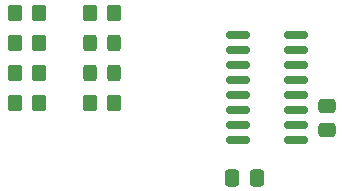
<source format=gtp>
G04 #@! TF.GenerationSoftware,KiCad,Pcbnew,7.0.1*
G04 #@! TF.CreationDate,2023-04-01T18:17:03+02:00*
G04 #@! TF.ProjectId,PMOD USB UART,504d4f44-2055-4534-9220-554152542e6b,V1.0*
G04 #@! TF.SameCoordinates,Original*
G04 #@! TF.FileFunction,Paste,Top*
G04 #@! TF.FilePolarity,Positive*
%FSLAX46Y46*%
G04 Gerber Fmt 4.6, Leading zero omitted, Abs format (unit mm)*
G04 Created by KiCad (PCBNEW 7.0.1) date 2023-04-01 18:17:03*
%MOMM*%
%LPD*%
G01*
G04 APERTURE LIST*
G04 Aperture macros list*
%AMRoundRect*
0 Rectangle with rounded corners*
0 $1 Rounding radius*
0 $2 $3 $4 $5 $6 $7 $8 $9 X,Y pos of 4 corners*
0 Add a 4 corners polygon primitive as box body*
4,1,4,$2,$3,$4,$5,$6,$7,$8,$9,$2,$3,0*
0 Add four circle primitives for the rounded corners*
1,1,$1+$1,$2,$3*
1,1,$1+$1,$4,$5*
1,1,$1+$1,$6,$7*
1,1,$1+$1,$8,$9*
0 Add four rect primitives between the rounded corners*
20,1,$1+$1,$2,$3,$4,$5,0*
20,1,$1+$1,$4,$5,$6,$7,0*
20,1,$1+$1,$6,$7,$8,$9,0*
20,1,$1+$1,$8,$9,$2,$3,0*%
G04 Aperture macros list end*
%ADD10RoundRect,0.250000X0.350000X0.450000X-0.350000X0.450000X-0.350000X-0.450000X0.350000X-0.450000X0*%
%ADD11RoundRect,0.150000X0.825000X0.150000X-0.825000X0.150000X-0.825000X-0.150000X0.825000X-0.150000X0*%
%ADD12RoundRect,0.250000X-0.325000X-0.450000X0.325000X-0.450000X0.325000X0.450000X-0.325000X0.450000X0*%
%ADD13RoundRect,0.250000X0.337500X0.475000X-0.337500X0.475000X-0.337500X-0.475000X0.337500X-0.475000X0*%
%ADD14RoundRect,0.250000X-0.350000X-0.450000X0.350000X-0.450000X0.350000X0.450000X-0.350000X0.450000X0*%
%ADD15RoundRect,0.250000X-0.475000X0.337500X-0.475000X-0.337500X0.475000X-0.337500X0.475000X0.337500X0*%
G04 APERTURE END LIST*
D10*
X111490000Y-101600000D03*
X109490000Y-101600000D03*
D11*
X133285000Y-112395000D03*
X133285000Y-111125000D03*
X133285000Y-109855000D03*
X133285000Y-108585000D03*
X133285000Y-107315000D03*
X133285000Y-106045000D03*
X133285000Y-104775000D03*
X133285000Y-103505000D03*
X128335000Y-103505000D03*
X128335000Y-104775000D03*
X128335000Y-106045000D03*
X128335000Y-107315000D03*
X128335000Y-108585000D03*
X128335000Y-109855000D03*
X128335000Y-111125000D03*
X128335000Y-112395000D03*
D10*
X111490000Y-106680000D03*
X109490000Y-106680000D03*
D12*
X115815000Y-106680000D03*
X117865000Y-106680000D03*
X115815000Y-104140000D03*
X117865000Y-104140000D03*
D13*
X129942500Y-115570000D03*
X127867500Y-115570000D03*
D14*
X115840000Y-109220000D03*
X117840000Y-109220000D03*
D10*
X111490000Y-104140000D03*
X109490000Y-104140000D03*
X117840000Y-101600000D03*
X115840000Y-101600000D03*
D15*
X135890000Y-109452500D03*
X135890000Y-111527500D03*
D10*
X111490000Y-109220000D03*
X109490000Y-109220000D03*
M02*

</source>
